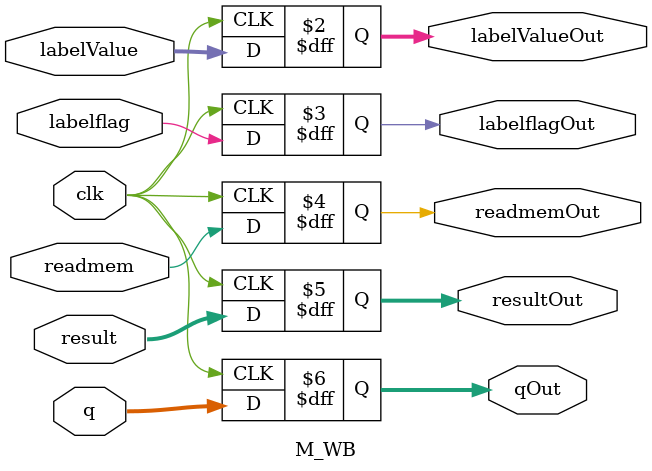
<source format=sv>
module M_WB(

input clk,
input [7:0] labelValue,
input labelflag,
input readmem,
input [7:0] result,
input [7:0] q,


output reg [7:0] labelValueOut /* synthesis keep */,
output reg labelflagOut,
output reg readmemOut,
output reg [7:0] resultOut,
output reg [7:0] qOut



);

// output clkOut,
reg clkOut;

always @ (posedge clk)
begin

clkOut <= clk;
labelValueOut <= labelValue;
labelflagOut <= labelflag;
readmemOut <= readmem;
resultOut <= result;
qOut <= q;

end


endmodule
</source>
